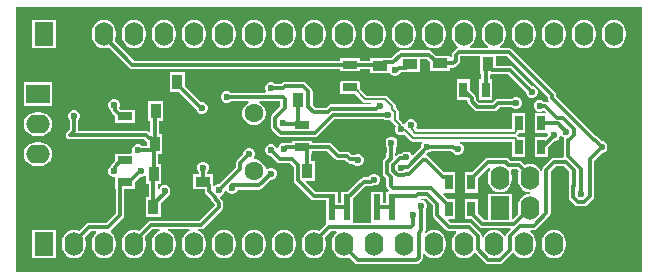
<source format=gbl>
G04*
G04 #@! TF.GenerationSoftware,Altium Limited,Altium Designer,22.7.1 (60)*
G04*
G04 Layer_Physical_Order=2*
G04 Layer_Color=16711680*
%FSLAX25Y25*%
%MOIN*%
G70*
G04*
G04 #@! TF.SameCoordinates,143699A1-5C46-47B9-B1A9-45083201A81C*
G04*
G04*
G04 #@! TF.FilePolarity,Positive*
G04*
G01*
G75*
%ADD10C,0.01181*%
%ADD39C,0.00800*%
%ADD40O,0.06299X0.07874*%
%ADD41C,0.06299*%
%ADD42O,0.07874X0.06299*%
G04:AMPARAMS|DCode=43|XSize=78.74mil|YSize=47.24mil|CornerRadius=14.17mil|HoleSize=0mil|Usage=FLASHONLY|Rotation=180.000|XOffset=0mil|YOffset=0mil|HoleType=Round|Shape=RoundedRectangle|*
%AMROUNDEDRECTD43*
21,1,0.07874,0.01890,0,0,180.0*
21,1,0.05039,0.04724,0,0,180.0*
1,1,0.02835,-0.02520,0.00945*
1,1,0.02835,0.02520,0.00945*
1,1,0.02835,0.02520,-0.00945*
1,1,0.02835,-0.02520,-0.00945*
%
%ADD43ROUNDEDRECTD43*%
%ADD44R,0.06299X0.07874*%
%ADD45R,0.07874X0.06299*%
%ADD46C,0.02800*%
%ADD47C,0.02362*%
%ADD48C,0.02000*%
%ADD49R,0.02756X0.05118*%
%ADD50R,0.05118X0.03543*%
%ADD51R,0.03543X0.05118*%
%ADD52R,0.05118X0.02756*%
%ADD53R,0.13780X0.08661*%
%ADD54R,0.02362X0.08661*%
G36*
X209178Y558D02*
X558D01*
Y89100D01*
X209178D01*
Y558D01*
D02*
G37*
%LPC*%
G36*
X160000Y84758D02*
X158972Y84623D01*
X158015Y84226D01*
X157192Y83595D01*
X156561Y82773D01*
X156164Y81815D01*
X156029Y80787D01*
Y79213D01*
X156164Y78185D01*
X156561Y77227D01*
X157192Y76405D01*
X157925Y75842D01*
X157864Y75481D01*
X157793Y75342D01*
X152207D01*
X152136Y75481D01*
X152075Y75842D01*
X152808Y76405D01*
X153439Y77227D01*
X153836Y78185D01*
X153971Y79213D01*
Y80787D01*
X153836Y81815D01*
X153439Y82773D01*
X152808Y83595D01*
X151986Y84226D01*
X151028Y84623D01*
X150000Y84758D01*
X148972Y84623D01*
X148014Y84226D01*
X147192Y83595D01*
X146561Y82773D01*
X146164Y81815D01*
X146029Y80787D01*
Y79213D01*
X146164Y78185D01*
X146561Y77227D01*
X147192Y76405D01*
X147967Y75810D01*
X147974Y75615D01*
X147889Y75285D01*
X147640Y75235D01*
X147184Y74931D01*
X146260Y74007D01*
X145956Y73551D01*
X145849Y73014D01*
Y72261D01*
X145846Y72259D01*
X145346Y72507D01*
Y72799D01*
X140640D01*
X139297Y74143D01*
X138841Y74448D01*
X138303Y74555D01*
X128870D01*
X128332Y74448D01*
X127877Y74143D01*
X125800Y72066D01*
X123181D01*
X123045Y72039D01*
X118654D01*
Y71145D01*
X115347D01*
Y71905D01*
X108653D01*
Y71145D01*
X40054D01*
X33595Y77604D01*
X33836Y78185D01*
X33971Y79213D01*
Y80787D01*
X33836Y81815D01*
X33439Y82773D01*
X32808Y83595D01*
X31986Y84226D01*
X31028Y84623D01*
X30000Y84758D01*
X28972Y84623D01*
X28014Y84226D01*
X27192Y83595D01*
X26561Y82773D01*
X26164Y81815D01*
X26029Y80787D01*
Y79213D01*
X26164Y78185D01*
X26561Y77227D01*
X27192Y76405D01*
X28014Y75774D01*
X28972Y75377D01*
X30000Y75242D01*
X31028Y75377D01*
X31608Y75617D01*
X38479Y68747D01*
X38935Y68442D01*
X39472Y68335D01*
X108653D01*
Y67575D01*
X115347D01*
Y68335D01*
X118654D01*
Y66921D01*
X125249D01*
X125300Y66798D01*
X125853Y66245D01*
X126577Y65945D01*
X127360D01*
X128084Y66245D01*
X128637Y66798D01*
X128892Y67414D01*
X130819D01*
X130955Y67441D01*
X135346D01*
Y71745D01*
X137721D01*
X138654Y70812D01*
Y67681D01*
X145346D01*
Y68835D01*
X146331D01*
X146868Y68942D01*
X147324Y69247D01*
X148247Y70170D01*
X148552Y70626D01*
X148659Y71163D01*
Y72432D01*
X148759Y72532D01*
X155441D01*
Y66654D01*
X155835D01*
Y64846D01*
X155075D01*
Y58153D01*
X159406D01*
Y64846D01*
X158645D01*
Y66365D01*
X159145Y66634D01*
X159181Y66627D01*
X164654D01*
X170609Y60672D01*
Y60299D01*
X170908Y59575D01*
X171462Y59022D01*
X172186Y58722D01*
X172969D01*
X173692Y59022D01*
X174246Y59575D01*
X174546Y60299D01*
Y61082D01*
X174246Y61806D01*
X173692Y62359D01*
X172969Y62659D01*
X172596D01*
X166230Y69025D01*
X165774Y69330D01*
X165236Y69436D01*
X160559D01*
Y72532D01*
X164261D01*
X177852Y58941D01*
Y58642D01*
X177959Y58104D01*
X178264Y57648D01*
X178328Y57584D01*
X178009Y57196D01*
X177703Y57400D01*
X177165Y57507D01*
X176576D01*
X176312Y57771D01*
X175588Y58071D01*
X174805D01*
X174082Y57771D01*
X173528Y57217D01*
X173228Y56494D01*
Y55711D01*
X173528Y54987D01*
X174082Y54434D01*
X174805Y54134D01*
X175588D01*
X176312Y54434D01*
X176932Y54349D01*
X177276Y54005D01*
X177084Y53543D01*
X173622D01*
Y46850D01*
X177691D01*
X178000Y46716D01*
X178115Y46244D01*
X177541Y45669D01*
X173622D01*
Y38976D01*
X177953D01*
Y42108D01*
X180137Y44291D01*
X180510D01*
X181233Y44591D01*
X181787Y45145D01*
X182087Y45868D01*
Y45919D01*
X182587Y46126D01*
X182940Y45772D01*
X183267Y45637D01*
X183393Y45223D01*
X183286Y44685D01*
Y39283D01*
X183298Y39220D01*
X182888Y38720D01*
X180125D01*
X179587Y38613D01*
X179131Y38308D01*
X176479Y35656D01*
X176174Y35200D01*
X176067Y34663D01*
Y34562D01*
X175567Y34463D01*
X175439Y34773D01*
X174808Y35595D01*
X173986Y36226D01*
X173028Y36623D01*
X172000Y36758D01*
X170972Y36623D01*
X170392Y36383D01*
X169363Y37411D01*
X168908Y37715D01*
X168370Y37822D01*
X165355D01*
X164869Y38308D01*
X164413Y38613D01*
X163875Y38720D01*
X157984D01*
X157447Y38613D01*
X156991Y38308D01*
X152541Y33858D01*
X150197D01*
Y27165D01*
X154528D01*
Y31871D01*
X158361Y35705D01*
X158619Y35670D01*
X158839Y35135D01*
X158561Y34773D01*
X158164Y33815D01*
X158029Y32787D01*
Y31213D01*
X158164Y30185D01*
X158561Y29227D01*
X159192Y28405D01*
X160014Y27774D01*
X160972Y27377D01*
X162000Y27242D01*
X163028Y27377D01*
X163986Y27774D01*
X164808Y28405D01*
X165439Y29227D01*
X165836Y30185D01*
X165971Y31213D01*
Y32787D01*
X165836Y33815D01*
X165547Y34512D01*
X165853Y35012D01*
X167788D01*
X168405Y34396D01*
X168164Y33815D01*
X168029Y32787D01*
Y31213D01*
X168164Y30185D01*
X168561Y29227D01*
X169192Y28405D01*
X170015Y27774D01*
X170972Y27377D01*
X171598Y27295D01*
X171920Y27252D01*
Y26748D01*
X171679Y26716D01*
X170972Y26623D01*
X170015Y26226D01*
X169192Y25595D01*
X168561Y24773D01*
X168164Y23815D01*
X168029Y22787D01*
Y21213D01*
X168164Y20185D01*
X168182Y20143D01*
X166437Y18398D01*
X165937Y18605D01*
Y26724D01*
X158063D01*
Y18090D01*
X156732D01*
X154528Y20294D01*
Y25000D01*
X150197D01*
Y18307D01*
X152541D01*
X155156Y15692D01*
X155612Y15387D01*
X156150Y15280D01*
X165450D01*
X165641Y14818D01*
X164349Y13526D01*
X164044Y13070D01*
X163984Y12765D01*
X163464Y12713D01*
X163439Y12773D01*
X162808Y13595D01*
X161986Y14226D01*
X161028Y14623D01*
X160000Y14758D01*
X158972Y14623D01*
X158015Y14226D01*
X157192Y13595D01*
X156561Y12773D01*
X156432Y12463D01*
X155932Y12562D01*
Y12663D01*
X155826Y13200D01*
X155521Y13656D01*
X152591Y16587D01*
X152135Y16891D01*
X151597Y16998D01*
X145638D01*
X144791Y17845D01*
X144983Y18307D01*
X147047D01*
Y25000D01*
X144703D01*
X143038Y26665D01*
X143245Y27165D01*
X147047D01*
Y33858D01*
X144230D01*
X144095Y33885D01*
X143495D01*
X138346Y39035D01*
X137890Y39339D01*
X137633Y39390D01*
X137469Y39933D01*
X138045Y40509D01*
X138129D01*
X138853Y40809D01*
X139023Y40979D01*
X145711D01*
X146106Y40716D01*
X146213Y40694D01*
X146222Y40672D01*
X146776Y40119D01*
X147500Y39819D01*
X148283D01*
X149006Y40119D01*
X149560Y40672D01*
X149859Y41396D01*
Y42179D01*
X149560Y42903D01*
X149006Y43456D01*
X148541Y43649D01*
X148640Y44149D01*
X166119D01*
Y43301D01*
X166119Y43301D01*
X166142Y43184D01*
Y38976D01*
X170472D01*
Y45669D01*
X168237D01*
X168185Y45747D01*
X168185Y45747D01*
X168014Y45918D01*
X167751Y46260D01*
X168014Y46602D01*
X168185Y46772D01*
X168185Y46772D01*
X168237Y46850D01*
X170472D01*
Y53543D01*
X166142D01*
Y49336D01*
X166119Y49219D01*
X166119Y49219D01*
Y48371D01*
X134485D01*
X134158Y48848D01*
X134350Y49313D01*
Y50096D01*
X134051Y50820D01*
X133497Y51374D01*
X132773Y51673D01*
X131990D01*
X131267Y51374D01*
X130713Y50820D01*
X130456Y50200D01*
X130260Y50053D01*
X129913Y49955D01*
X129715Y50037D01*
X129494Y50368D01*
X129494Y50368D01*
X128179Y51683D01*
Y54134D01*
X128179Y54134D01*
X128087Y54597D01*
X127825Y54990D01*
X127195Y55620D01*
Y56102D01*
X127195Y56102D01*
X127103Y56566D01*
X126840Y56958D01*
X124670Y59128D01*
X124277Y59391D01*
X123814Y59483D01*
X123814Y59483D01*
X117670D01*
X115347Y61807D01*
Y64425D01*
X108653D01*
Y60094D01*
X113634D01*
X116312Y57416D01*
X116705Y57154D01*
X117168Y57062D01*
X117168Y57062D01*
X119136D01*
X119436Y56562D01*
X119415Y56523D01*
X105638D01*
X105100Y56416D01*
X104644Y56112D01*
X104001Y55468D01*
X100480D01*
X99552Y56396D01*
Y60892D01*
X99445Y61430D01*
X99141Y61886D01*
X97390Y63636D01*
X96934Y63941D01*
X96396Y64048D01*
X90339D01*
X89802Y63941D01*
X89346Y63636D01*
X89122Y63413D01*
X87009D01*
X86745Y63677D01*
X86022Y63976D01*
X85238D01*
X84515Y63677D01*
X83961Y63123D01*
X83661Y62399D01*
Y61616D01*
X83933Y60960D01*
X83741Y60460D01*
X72245D01*
X71981Y60724D01*
X71258Y61024D01*
X70475D01*
X69751Y60724D01*
X69197Y60170D01*
X68898Y59447D01*
Y58664D01*
X69197Y57940D01*
X69751Y57386D01*
X70475Y57087D01*
X71258D01*
X71981Y57386D01*
X72245Y57650D01*
X78062D01*
X78196Y57150D01*
X77583Y56796D01*
X76850Y56063D01*
X76331Y55165D01*
X76063Y54164D01*
Y53127D01*
X76331Y52126D01*
X76850Y51228D01*
X77583Y50495D01*
X78480Y49977D01*
X79482Y49709D01*
X80518D01*
X81520Y49977D01*
X82417Y50495D01*
X83150Y51228D01*
X83669Y52126D01*
X83937Y53127D01*
Y54164D01*
X83669Y55165D01*
X83150Y56063D01*
X82417Y56796D01*
X81804Y57150D01*
X81938Y57650D01*
X88823D01*
Y55942D01*
X86014Y53134D01*
X85710Y52678D01*
X85603Y52140D01*
Y49137D01*
X85710Y48599D01*
X86014Y48143D01*
X88167Y45991D01*
X88623Y45686D01*
X89161Y45579D01*
X100288D01*
X100825Y45686D01*
X101281Y45991D01*
X106838Y51548D01*
X123418D01*
X123485Y51481D01*
X124208Y51181D01*
X124992D01*
X125258Y51291D01*
X125387Y51263D01*
X125799Y50974D01*
X125850Y50718D01*
X126112Y50325D01*
X127217Y49220D01*
X126969Y48620D01*
Y47837D01*
X127268Y47113D01*
X127822Y46560D01*
X128545Y46260D01*
X129329D01*
X130052Y46560D01*
X130052Y46560D01*
X132109Y44504D01*
X132109Y44504D01*
X132501Y44241D01*
X132965Y44149D01*
X135918D01*
X136125Y43649D01*
X136069Y43593D01*
X135769Y42869D01*
Y42207D01*
X133168Y39606D01*
X132578Y39723D01*
X132469Y39986D01*
X131916Y40540D01*
X131192Y40839D01*
X130409D01*
X129686Y40540D01*
X129196Y40050D01*
X128530D01*
X127992Y39943D01*
X127536Y39638D01*
X127386Y39488D01*
X126998Y39807D01*
X127136Y40014D01*
X127243Y40551D01*
Y42393D01*
X127507Y42656D01*
X127806Y43380D01*
Y44163D01*
X127507Y44886D01*
X126953Y45440D01*
X126229Y45740D01*
X125446D01*
X124723Y45440D01*
X124169Y44886D01*
X123869Y44163D01*
Y43380D01*
X124169Y42656D01*
X124433Y42393D01*
Y41089D01*
X124217Y40766D01*
X124110Y40228D01*
Y38996D01*
X123416Y38302D01*
X123111Y37846D01*
X123004Y37308D01*
Y33558D01*
X123111Y33020D01*
X123416Y32564D01*
X124110Y31870D01*
Y29235D01*
X124217Y28697D01*
X124521Y28242D01*
X124901Y27862D01*
X124694Y27362D01*
X124173D01*
Y23649D01*
X123110D01*
Y27362D01*
X119173D01*
Y17153D01*
X113110D01*
Y25375D01*
X117117Y29383D01*
X119051D01*
X119588Y29489D01*
X119661Y29538D01*
X119687Y29528D01*
X120470D01*
X121194Y29827D01*
X121748Y30381D01*
X122047Y31104D01*
Y31888D01*
X121748Y32611D01*
X121194Y33165D01*
X120470Y33465D01*
X119687D01*
X118964Y33165D01*
X118410Y32611D01*
X118236Y32192D01*
X116535D01*
X115998Y32085D01*
X115542Y31781D01*
X111123Y27362D01*
X109173D01*
Y23649D01*
X108110D01*
Y27362D01*
X105687D01*
X105551Y27389D01*
X100495D01*
X97244Y30640D01*
X97436Y31102D01*
X100287D01*
Y37795D01*
X99133D01*
Y40095D01*
X99347D01*
Y40855D01*
X104504D01*
X107054Y38304D01*
X107510Y38000D01*
X108047Y37893D01*
X110468D01*
X111161Y37199D01*
X111617Y36894D01*
X112155Y36787D01*
X112988D01*
X113478Y36298D01*
X114201Y35998D01*
X114984D01*
X115708Y36298D01*
X116261Y36851D01*
X116561Y37575D01*
Y38358D01*
X116261Y39081D01*
X115708Y39635D01*
X114984Y39935D01*
X114201D01*
X113478Y39635D01*
X113440Y39597D01*
X112737D01*
X112043Y40291D01*
X111587Y40596D01*
X111049Y40703D01*
X108630D01*
X106079Y43253D01*
X105623Y43558D01*
X105086Y43665D01*
X99347D01*
Y44425D01*
X92654D01*
Y43665D01*
X90736D01*
X90430Y43604D01*
X90256Y43676D01*
X89473D01*
X88749Y43376D01*
X88196Y42823D01*
X87941Y42209D01*
X87539Y42144D01*
X87421Y42159D01*
X87299Y42454D01*
X86745Y43007D01*
X86022Y43307D01*
X85238D01*
X84515Y43007D01*
X83961Y42454D01*
X83661Y41730D01*
Y40947D01*
X83961Y40224D01*
X84515Y39670D01*
X85238Y39370D01*
X85611D01*
X87526Y37455D01*
X87982Y37151D01*
X88520Y37044D01*
X91945D01*
X93174Y35816D01*
Y31319D01*
X93281Y30781D01*
X93585Y30325D01*
X98920Y24991D01*
X99376Y24686D01*
X99914Y24579D01*
X104173D01*
Y17126D01*
X103946Y16720D01*
X101608Y14383D01*
X101028Y14623D01*
X100000Y14758D01*
X98972Y14623D01*
X98014Y14226D01*
X97192Y13595D01*
X96561Y12773D01*
X96164Y11815D01*
X96029Y10787D01*
Y9213D01*
X96164Y8185D01*
X96561Y7227D01*
X97192Y6405D01*
X98014Y5774D01*
X98972Y5377D01*
X100000Y5242D01*
X101028Y5377D01*
X101986Y5774D01*
X102808Y6405D01*
X103439Y7227D01*
X103836Y8185D01*
X103971Y9213D01*
Y10787D01*
X103836Y11815D01*
X103595Y12396D01*
X105543Y14343D01*
X107345D01*
X107515Y13843D01*
X107192Y13595D01*
X106561Y12773D01*
X106164Y11815D01*
X106029Y10787D01*
Y9213D01*
X106164Y8185D01*
X106561Y7227D01*
X107192Y6405D01*
X108015Y5774D01*
X108972Y5377D01*
X110000Y5242D01*
X111028Y5377D01*
X111608Y5617D01*
X113534Y3692D01*
X113990Y3387D01*
X114528Y3280D01*
X134151D01*
X134688Y3387D01*
X135144Y3692D01*
X135836Y4383D01*
X136141Y4839D01*
X136248Y5377D01*
Y6814D01*
X136748Y6984D01*
X137192Y6405D01*
X138014Y5774D01*
X138972Y5377D01*
X140000Y5242D01*
X141028Y5377D01*
X141985Y5774D01*
X142808Y6405D01*
X143439Y7227D01*
X143836Y8185D01*
X143971Y9213D01*
Y10787D01*
X143836Y11815D01*
X143439Y12773D01*
X142808Y13595D01*
X141985Y14226D01*
X141028Y14623D01*
X140000Y14758D01*
X138972Y14623D01*
X138014Y14226D01*
X137423Y13772D01*
X137053Y14119D01*
X137125Y14226D01*
X137232Y14764D01*
Y21259D01*
X137496Y21523D01*
X137795Y22246D01*
Y23029D01*
X137496Y23753D01*
X136942Y24307D01*
X136218Y24606D01*
X135838D01*
X135537Y25106D01*
X135571Y25170D01*
X137213D01*
X139529Y22854D01*
Y19716D01*
X139636Y19178D01*
X139940Y18722D01*
X144063Y14600D01*
X144519Y14295D01*
X145056Y14188D01*
X147187D01*
X147348Y13715D01*
X147192Y13595D01*
X146561Y12773D01*
X146164Y11815D01*
X146029Y10787D01*
Y9213D01*
X146164Y8185D01*
X146561Y7227D01*
X147192Y6405D01*
X148014Y5774D01*
X148972Y5377D01*
X150000Y5242D01*
X151028Y5377D01*
X151986Y5774D01*
X152808Y6405D01*
X153200Y6916D01*
X153849Y6973D01*
X157131Y3692D01*
X157587Y3387D01*
X158125Y3280D01*
X161875D01*
X162413Y3387D01*
X162869Y3692D01*
X166151Y6973D01*
X166712Y6971D01*
X166787Y6933D01*
X167192Y6405D01*
X168015Y5774D01*
X168972Y5377D01*
X170000Y5242D01*
X171028Y5377D01*
X171985Y5774D01*
X172808Y6405D01*
X173439Y7227D01*
X173836Y8185D01*
X173971Y9213D01*
Y10787D01*
X173836Y11815D01*
X173439Y12773D01*
X172808Y13595D01*
X172157Y14095D01*
X172326Y14595D01*
X173190D01*
X173728Y14702D01*
X174184Y15007D01*
X178466Y19289D01*
X178770Y19745D01*
X178877Y20282D01*
Y34081D01*
X180707Y35910D01*
X183293D01*
X185123Y34081D01*
Y29770D01*
X185119Y29765D01*
X185012Y29227D01*
Y25515D01*
X185119Y24977D01*
X185424Y24521D01*
X186923Y23022D01*
X187379Y22718D01*
X187916Y22611D01*
X190036D01*
X190574Y22718D01*
X191030Y23022D01*
X192917Y24909D01*
X193221Y25365D01*
X193328Y25903D01*
Y37798D01*
X195885Y40354D01*
X196258D01*
X196981Y40654D01*
X197535Y41208D01*
X197835Y41931D01*
Y42714D01*
X197535Y43438D01*
X196981Y43992D01*
X196258Y44291D01*
X195885D01*
X194551Y45625D01*
X194095Y45930D01*
X193922Y45964D01*
X180662Y59224D01*
Y59522D01*
X180555Y60060D01*
X180251Y60516D01*
X165836Y74931D01*
X165380Y75235D01*
X164842Y75342D01*
X162207D01*
X162136Y75481D01*
X162074Y75842D01*
X162808Y76405D01*
X163439Y77227D01*
X163836Y78185D01*
X163971Y79213D01*
Y80787D01*
X163836Y81815D01*
X163439Y82773D01*
X162808Y83595D01*
X161986Y84226D01*
X161028Y84623D01*
X160000Y84758D01*
D02*
G37*
G36*
X13937Y84724D02*
X6063D01*
Y75276D01*
X13937D01*
Y84724D01*
D02*
G37*
G36*
X200000Y84758D02*
X198972Y84623D01*
X198014Y84226D01*
X197192Y83595D01*
X196561Y82773D01*
X196164Y81815D01*
X196029Y80787D01*
Y79213D01*
X196164Y78185D01*
X196561Y77227D01*
X197192Y76405D01*
X198014Y75774D01*
X198972Y75377D01*
X200000Y75242D01*
X201028Y75377D01*
X201986Y75774D01*
X202808Y76405D01*
X203439Y77227D01*
X203836Y78185D01*
X203971Y79213D01*
Y80787D01*
X203836Y81815D01*
X203439Y82773D01*
X202808Y83595D01*
X201986Y84226D01*
X201028Y84623D01*
X200000Y84758D01*
D02*
G37*
G36*
X190000D02*
X188972Y84623D01*
X188014Y84226D01*
X187192Y83595D01*
X186561Y82773D01*
X186164Y81815D01*
X186029Y80787D01*
Y79213D01*
X186164Y78185D01*
X186561Y77227D01*
X187192Y76405D01*
X188014Y75774D01*
X188972Y75377D01*
X190000Y75242D01*
X191028Y75377D01*
X191985Y75774D01*
X192808Y76405D01*
X193439Y77227D01*
X193836Y78185D01*
X193971Y79213D01*
Y80787D01*
X193836Y81815D01*
X193439Y82773D01*
X192808Y83595D01*
X191985Y84226D01*
X191028Y84623D01*
X190000Y84758D01*
D02*
G37*
G36*
X180000D02*
X178972Y84623D01*
X178015Y84226D01*
X177192Y83595D01*
X176561Y82773D01*
X176164Y81815D01*
X176029Y80787D01*
Y79213D01*
X176164Y78185D01*
X176561Y77227D01*
X177192Y76405D01*
X178015Y75774D01*
X178972Y75377D01*
X180000Y75242D01*
X181028Y75377D01*
X181985Y75774D01*
X182808Y76405D01*
X183439Y77227D01*
X183836Y78185D01*
X183971Y79213D01*
Y80787D01*
X183836Y81815D01*
X183439Y82773D01*
X182808Y83595D01*
X181985Y84226D01*
X181028Y84623D01*
X180000Y84758D01*
D02*
G37*
G36*
X170000D02*
X168972Y84623D01*
X168015Y84226D01*
X167192Y83595D01*
X166561Y82773D01*
X166164Y81815D01*
X166029Y80787D01*
Y79213D01*
X166164Y78185D01*
X166561Y77227D01*
X167192Y76405D01*
X168015Y75774D01*
X168972Y75377D01*
X170000Y75242D01*
X171028Y75377D01*
X171985Y75774D01*
X172808Y76405D01*
X173439Y77227D01*
X173836Y78185D01*
X173971Y79213D01*
Y80787D01*
X173836Y81815D01*
X173439Y82773D01*
X172808Y83595D01*
X171985Y84226D01*
X171028Y84623D01*
X170000Y84758D01*
D02*
G37*
G36*
X140000D02*
X138972Y84623D01*
X138014Y84226D01*
X137192Y83595D01*
X136561Y82773D01*
X136164Y81815D01*
X136029Y80787D01*
Y79213D01*
X136164Y78185D01*
X136561Y77227D01*
X137192Y76405D01*
X138014Y75774D01*
X138972Y75377D01*
X140000Y75242D01*
X141028Y75377D01*
X141985Y75774D01*
X142808Y76405D01*
X143439Y77227D01*
X143836Y78185D01*
X143971Y79213D01*
Y80787D01*
X143836Y81815D01*
X143439Y82773D01*
X142808Y83595D01*
X141985Y84226D01*
X141028Y84623D01*
X140000Y84758D01*
D02*
G37*
G36*
X130000D02*
X128972Y84623D01*
X128015Y84226D01*
X127192Y83595D01*
X126561Y82773D01*
X126164Y81815D01*
X126029Y80787D01*
Y79213D01*
X126164Y78185D01*
X126561Y77227D01*
X127192Y76405D01*
X128015Y75774D01*
X128972Y75377D01*
X130000Y75242D01*
X131028Y75377D01*
X131985Y75774D01*
X132808Y76405D01*
X133439Y77227D01*
X133836Y78185D01*
X133971Y79213D01*
Y80787D01*
X133836Y81815D01*
X133439Y82773D01*
X132808Y83595D01*
X131985Y84226D01*
X131028Y84623D01*
X130000Y84758D01*
D02*
G37*
G36*
X120000D02*
X118972Y84623D01*
X118015Y84226D01*
X117192Y83595D01*
X116561Y82773D01*
X116164Y81815D01*
X116029Y80787D01*
Y79213D01*
X116164Y78185D01*
X116561Y77227D01*
X117192Y76405D01*
X118015Y75774D01*
X118972Y75377D01*
X120000Y75242D01*
X121028Y75377D01*
X121985Y75774D01*
X122808Y76405D01*
X123439Y77227D01*
X123836Y78185D01*
X123971Y79213D01*
Y80787D01*
X123836Y81815D01*
X123439Y82773D01*
X122808Y83595D01*
X121985Y84226D01*
X121028Y84623D01*
X120000Y84758D01*
D02*
G37*
G36*
X110000D02*
X108972Y84623D01*
X108015Y84226D01*
X107192Y83595D01*
X106561Y82773D01*
X106164Y81815D01*
X106029Y80787D01*
Y79213D01*
X106164Y78185D01*
X106561Y77227D01*
X107192Y76405D01*
X108015Y75774D01*
X108972Y75377D01*
X110000Y75242D01*
X111028Y75377D01*
X111986Y75774D01*
X112808Y76405D01*
X113439Y77227D01*
X113836Y78185D01*
X113971Y79213D01*
Y80787D01*
X113836Y81815D01*
X113439Y82773D01*
X112808Y83595D01*
X111986Y84226D01*
X111028Y84623D01*
X110000Y84758D01*
D02*
G37*
G36*
X100000D02*
X98972Y84623D01*
X98014Y84226D01*
X97192Y83595D01*
X96561Y82773D01*
X96164Y81815D01*
X96029Y80787D01*
Y79213D01*
X96164Y78185D01*
X96561Y77227D01*
X97192Y76405D01*
X98014Y75774D01*
X98972Y75377D01*
X100000Y75242D01*
X101028Y75377D01*
X101986Y75774D01*
X102808Y76405D01*
X103439Y77227D01*
X103836Y78185D01*
X103971Y79213D01*
Y80787D01*
X103836Y81815D01*
X103439Y82773D01*
X102808Y83595D01*
X101986Y84226D01*
X101028Y84623D01*
X100000Y84758D01*
D02*
G37*
G36*
X90000D02*
X88972Y84623D01*
X88015Y84226D01*
X87192Y83595D01*
X86561Y82773D01*
X86164Y81815D01*
X86029Y80787D01*
Y79213D01*
X86164Y78185D01*
X86561Y77227D01*
X87192Y76405D01*
X88015Y75774D01*
X88972Y75377D01*
X90000Y75242D01*
X91028Y75377D01*
X91985Y75774D01*
X92808Y76405D01*
X93439Y77227D01*
X93836Y78185D01*
X93971Y79213D01*
Y80787D01*
X93836Y81815D01*
X93439Y82773D01*
X92808Y83595D01*
X91985Y84226D01*
X91028Y84623D01*
X90000Y84758D01*
D02*
G37*
G36*
X80000D02*
X78972Y84623D01*
X78014Y84226D01*
X77192Y83595D01*
X76561Y82773D01*
X76164Y81815D01*
X76029Y80787D01*
Y79213D01*
X76164Y78185D01*
X76561Y77227D01*
X77192Y76405D01*
X78014Y75774D01*
X78972Y75377D01*
X80000Y75242D01*
X81028Y75377D01*
X81985Y75774D01*
X82808Y76405D01*
X83439Y77227D01*
X83836Y78185D01*
X83971Y79213D01*
Y80787D01*
X83836Y81815D01*
X83439Y82773D01*
X82808Y83595D01*
X81985Y84226D01*
X81028Y84623D01*
X80000Y84758D01*
D02*
G37*
G36*
X70000D02*
X68972Y84623D01*
X68015Y84226D01*
X67192Y83595D01*
X66561Y82773D01*
X66164Y81815D01*
X66029Y80787D01*
Y79213D01*
X66164Y78185D01*
X66561Y77227D01*
X67192Y76405D01*
X68015Y75774D01*
X68972Y75377D01*
X70000Y75242D01*
X71028Y75377D01*
X71986Y75774D01*
X72808Y76405D01*
X73439Y77227D01*
X73836Y78185D01*
X73971Y79213D01*
Y80787D01*
X73836Y81815D01*
X73439Y82773D01*
X72808Y83595D01*
X71986Y84226D01*
X71028Y84623D01*
X70000Y84758D01*
D02*
G37*
G36*
X60000D02*
X58972Y84623D01*
X58015Y84226D01*
X57192Y83595D01*
X56561Y82773D01*
X56164Y81815D01*
X56029Y80787D01*
Y79213D01*
X56164Y78185D01*
X56561Y77227D01*
X57192Y76405D01*
X58015Y75774D01*
X58972Y75377D01*
X60000Y75242D01*
X61028Y75377D01*
X61985Y75774D01*
X62808Y76405D01*
X63439Y77227D01*
X63836Y78185D01*
X63971Y79213D01*
Y80787D01*
X63836Y81815D01*
X63439Y82773D01*
X62808Y83595D01*
X61985Y84226D01*
X61028Y84623D01*
X60000Y84758D01*
D02*
G37*
G36*
X50000D02*
X48972Y84623D01*
X48015Y84226D01*
X47192Y83595D01*
X46561Y82773D01*
X46164Y81815D01*
X46029Y80787D01*
Y79213D01*
X46164Y78185D01*
X46561Y77227D01*
X47192Y76405D01*
X48015Y75774D01*
X48972Y75377D01*
X50000Y75242D01*
X51028Y75377D01*
X51986Y75774D01*
X52808Y76405D01*
X53439Y77227D01*
X53836Y78185D01*
X53971Y79213D01*
Y80787D01*
X53836Y81815D01*
X53439Y82773D01*
X52808Y83595D01*
X51986Y84226D01*
X51028Y84623D01*
X50000Y84758D01*
D02*
G37*
G36*
X40000D02*
X38972Y84623D01*
X38015Y84226D01*
X37192Y83595D01*
X36561Y82773D01*
X36164Y81815D01*
X36029Y80787D01*
Y79213D01*
X36164Y78185D01*
X36561Y77227D01*
X37192Y76405D01*
X38015Y75774D01*
X38972Y75377D01*
X40000Y75242D01*
X41028Y75377D01*
X41985Y75774D01*
X42808Y76405D01*
X43439Y77227D01*
X43836Y78185D01*
X43971Y79213D01*
Y80787D01*
X43836Y81815D01*
X43439Y82773D01*
X42808Y83595D01*
X41985Y84226D01*
X41028Y84623D01*
X40000Y84758D01*
D02*
G37*
G36*
X12724Y63937D02*
X3276D01*
Y56063D01*
X12724D01*
Y63937D01*
D02*
G37*
G36*
X151925Y64846D02*
X147594D01*
Y58153D01*
X151111D01*
Y57555D01*
X151218Y57017D01*
X151522Y56561D01*
X153483Y54601D01*
X153938Y54296D01*
X154476Y54189D01*
X160004D01*
X160542Y54296D01*
X160998Y54601D01*
X162078Y55682D01*
X165944D01*
X166208Y55418D01*
X166931Y55118D01*
X167714D01*
X168438Y55418D01*
X168992Y55971D01*
X169291Y56695D01*
Y57478D01*
X168992Y58202D01*
X168438Y58755D01*
X167714Y59055D01*
X166931D01*
X166208Y58755D01*
X165944Y58492D01*
X161496D01*
X160959Y58385D01*
X160503Y58080D01*
X159422Y56999D01*
X155058D01*
X153921Y58137D01*
Y58744D01*
X153814Y59282D01*
X153509Y59737D01*
X151925Y61322D01*
Y64846D01*
D02*
G37*
G36*
X56980Y67323D02*
X51862D01*
Y60630D01*
X54993D01*
X60630Y54993D01*
Y54923D01*
X60930Y54200D01*
X61483Y53646D01*
X62207Y53347D01*
X62990D01*
X63714Y53646D01*
X64267Y54200D01*
X64567Y54923D01*
Y55707D01*
X64267Y56430D01*
X63714Y56984D01*
X62990Y57284D01*
X62314D01*
X56980Y62617D01*
Y67323D01*
D02*
G37*
G36*
X33799Y58268D02*
X33016D01*
X32293Y57968D01*
X31739Y57414D01*
X31439Y56691D01*
Y55908D01*
X31739Y55184D01*
X32243Y54680D01*
X32336Y54214D01*
X32640Y53759D01*
X33661Y52737D01*
Y50394D01*
X40354D01*
Y54724D01*
X35648D01*
X35109Y55263D01*
X35376Y55908D01*
Y56691D01*
X35077Y57414D01*
X34523Y57968D01*
X33799Y58268D01*
D02*
G37*
G36*
X49803Y57677D02*
X44685D01*
Y50984D01*
X45445D01*
Y47352D01*
X44984Y47161D01*
X44891Y47253D01*
X44435Y47558D01*
X43898Y47665D01*
X21426D01*
Y51272D01*
X21690Y51536D01*
X21990Y52260D01*
Y53043D01*
X21690Y53766D01*
X21136Y54320D01*
X20413Y54620D01*
X19630D01*
X18906Y54320D01*
X18352Y53766D01*
X18053Y53043D01*
Y52260D01*
X18352Y51536D01*
X18616Y51272D01*
Y48162D01*
X17707Y47253D01*
X17403Y46797D01*
X17296Y46260D01*
X17403Y45722D01*
X17707Y45266D01*
X18163Y44962D01*
X18701Y44855D01*
X43316D01*
X43888Y44282D01*
X44291Y44013D01*
Y42744D01*
X42717D01*
X42454Y43007D01*
X41730Y43307D01*
X40947D01*
X40224Y43007D01*
X39670Y42454D01*
X39370Y41730D01*
Y40947D01*
X39490Y40657D01*
X39156Y40157D01*
X33661D01*
Y37814D01*
X32640Y36793D01*
X32336Y36337D01*
X32243Y35871D01*
X31739Y35367D01*
X31439Y34644D01*
Y33860D01*
X31739Y33137D01*
X32293Y32583D01*
X33016Y32283D01*
X33661D01*
Y28346D01*
X34028D01*
Y20267D01*
X30892Y17131D01*
X24938D01*
X24401Y17024D01*
X23945Y16719D01*
X21608Y14383D01*
X21028Y14623D01*
X20000Y14758D01*
X18972Y14623D01*
X18014Y14226D01*
X17192Y13595D01*
X16561Y12773D01*
X16164Y11815D01*
X16029Y10787D01*
Y9213D01*
X16164Y8185D01*
X16561Y7227D01*
X17192Y6405D01*
X18014Y5774D01*
X18972Y5377D01*
X20000Y5242D01*
X21028Y5377D01*
X21985Y5774D01*
X22808Y6405D01*
X23439Y7227D01*
X23836Y8185D01*
X23971Y9213D01*
Y10787D01*
X23836Y11815D01*
X23595Y12396D01*
X25520Y14321D01*
X27316D01*
X27486Y13821D01*
X27192Y13595D01*
X26561Y12773D01*
X26164Y11815D01*
X26029Y10787D01*
Y9213D01*
X26164Y8185D01*
X26561Y7227D01*
X27192Y6405D01*
X28014Y5774D01*
X28972Y5377D01*
X30000Y5242D01*
X31028Y5377D01*
X31986Y5774D01*
X32808Y6405D01*
X33439Y7227D01*
X33836Y8185D01*
X33971Y9213D01*
Y10787D01*
X33836Y11815D01*
X33439Y12773D01*
X32808Y13595D01*
X32270Y14008D01*
X32296Y14618D01*
X32467Y14732D01*
X36426Y18692D01*
X36731Y19147D01*
X36838Y19685D01*
Y28346D01*
X40354D01*
Y30690D01*
X42144Y32480D01*
X42714D01*
X43438Y32780D01*
X43526Y32868D01*
X43988Y32677D01*
Y30118D01*
X45052D01*
Y25787D01*
X43898D01*
Y19094D01*
X49016D01*
Y23800D01*
X50959Y25744D01*
X51312Y25890D01*
X51866Y26444D01*
X52165Y27167D01*
Y27951D01*
X51866Y28674D01*
X51312Y29228D01*
X50588Y29528D01*
X49805D01*
X49082Y29228D01*
X48528Y28674D01*
X48362Y28272D01*
X47862Y28372D01*
Y30118D01*
X49106D01*
Y36811D01*
X47952D01*
Y39961D01*
X49409D01*
Y46654D01*
X48255D01*
Y50984D01*
X49803D01*
Y57677D01*
D02*
G37*
G36*
X8787Y53971D02*
X7213D01*
X6185Y53836D01*
X5227Y53439D01*
X4405Y52808D01*
X3774Y51986D01*
X3377Y51028D01*
X3242Y50000D01*
X3377Y48972D01*
X3774Y48015D01*
X4405Y47192D01*
X5227Y46561D01*
X6185Y46164D01*
X7213Y46029D01*
X8787D01*
X9815Y46164D01*
X10773Y46561D01*
X11595Y47192D01*
X12226Y48015D01*
X12623Y48972D01*
X12758Y50000D01*
X12623Y51028D01*
X12226Y51986D01*
X11595Y52808D01*
X10773Y53439D01*
X9815Y53836D01*
X8787Y53971D01*
D02*
G37*
G36*
Y43971D02*
X7213D01*
X6185Y43836D01*
X5227Y43439D01*
X4405Y42808D01*
X3774Y41985D01*
X3377Y41028D01*
X3242Y40000D01*
X3377Y38972D01*
X3774Y38015D01*
X4405Y37192D01*
X5227Y36561D01*
X6185Y36164D01*
X7213Y36029D01*
X8787D01*
X9815Y36164D01*
X10773Y36561D01*
X11595Y37192D01*
X12226Y38015D01*
X12623Y38972D01*
X12758Y40000D01*
X12623Y41028D01*
X12226Y41985D01*
X11595Y42808D01*
X10773Y43439D01*
X9815Y43836D01*
X8787Y43971D01*
D02*
G37*
G36*
X78799Y41990D02*
X78016D01*
X77292Y41690D01*
X76738Y41136D01*
X76438Y40413D01*
Y40040D01*
X74479Y38080D01*
X74174Y37624D01*
X74067Y37087D01*
Y35700D01*
X68264Y29896D01*
X67890D01*
X67167Y29596D01*
X66866Y29295D01*
X66366Y29502D01*
Y29618D01*
X66339Y29754D01*
Y33358D01*
X64397D01*
Y34173D01*
X64595Y34371D01*
X64894Y35094D01*
Y35878D01*
X64595Y36601D01*
X64041Y37155D01*
X63318Y37455D01*
X62534D01*
X61811Y37155D01*
X61257Y36601D01*
X60957Y35878D01*
Y35094D01*
X61257Y34371D01*
X61587Y34041D01*
Y33358D01*
X59646D01*
Y28240D01*
X63556D01*
Y27630D01*
X63663Y27092D01*
X63967Y26636D01*
X65576Y25028D01*
X65631Y24750D01*
X65936Y24294D01*
X67009Y23221D01*
Y23043D01*
X61742Y17777D01*
X45584D01*
X45047Y17670D01*
X44591Y17365D01*
X41608Y14383D01*
X41028Y14623D01*
X40000Y14758D01*
X38972Y14623D01*
X38015Y14226D01*
X37192Y13595D01*
X36561Y12773D01*
X36164Y11815D01*
X36029Y10787D01*
Y9213D01*
X36164Y8185D01*
X36561Y7227D01*
X37192Y6405D01*
X38015Y5774D01*
X38972Y5377D01*
X40000Y5242D01*
X41028Y5377D01*
X41985Y5774D01*
X42808Y6405D01*
X43439Y7227D01*
X43836Y8185D01*
X43971Y9213D01*
Y10787D01*
X43836Y11815D01*
X43595Y12396D01*
X46166Y14967D01*
X48495D01*
X48595Y14467D01*
X48015Y14226D01*
X47192Y13595D01*
X46561Y12773D01*
X46164Y11815D01*
X46029Y10787D01*
Y9213D01*
X46164Y8185D01*
X46561Y7227D01*
X47192Y6405D01*
X48015Y5774D01*
X48972Y5377D01*
X50000Y5242D01*
X51028Y5377D01*
X51986Y5774D01*
X52808Y6405D01*
X53439Y7227D01*
X53836Y8185D01*
X53971Y9213D01*
Y10787D01*
X53836Y11815D01*
X53439Y12773D01*
X52808Y13595D01*
X51986Y14226D01*
X51405Y14467D01*
X51505Y14967D01*
X58495D01*
X58595Y14467D01*
X58015Y14226D01*
X57192Y13595D01*
X56561Y12773D01*
X56164Y11815D01*
X56029Y10787D01*
Y9213D01*
X56164Y8185D01*
X56561Y7227D01*
X57192Y6405D01*
X58015Y5774D01*
X58972Y5377D01*
X60000Y5242D01*
X61028Y5377D01*
X61985Y5774D01*
X62808Y6405D01*
X63439Y7227D01*
X63836Y8185D01*
X63971Y9213D01*
Y10787D01*
X63836Y11815D01*
X63439Y12773D01*
X62808Y13595D01*
X61985Y14226D01*
X61405Y14467D01*
X61505Y14967D01*
X62324D01*
X62862Y15074D01*
X63318Y15378D01*
X69407Y21468D01*
X69712Y21924D01*
X69819Y22461D01*
Y23803D01*
X69712Y24340D01*
X69407Y24796D01*
X68724Y25480D01*
X68718Y25535D01*
X68870Y26041D01*
X69397Y26259D01*
X69951Y26812D01*
X70250Y27536D01*
X70436Y27663D01*
X71007Y27587D01*
X71561Y27033D01*
X72284Y26734D01*
X73067D01*
X73791Y27033D01*
X74344Y27587D01*
X74566Y28123D01*
X81693D01*
X82231Y28230D01*
X82686Y28534D01*
X85648Y31496D01*
X86022D01*
X86745Y31796D01*
X87299Y32350D01*
X87598Y33073D01*
Y33856D01*
X87299Y34580D01*
X86745Y35133D01*
X86022Y35433D01*
X85238D01*
X84515Y35133D01*
X84412Y35031D01*
X83855Y35180D01*
X83669Y35874D01*
X83150Y36772D01*
X82417Y37505D01*
X81520Y38023D01*
X80518Y38291D01*
X80168D01*
X79961Y38791D01*
X80076Y38906D01*
X80375Y39630D01*
Y40413D01*
X80076Y41136D01*
X79522Y41690D01*
X78799Y41990D01*
D02*
G37*
G36*
X13937Y14724D02*
X6063D01*
Y5276D01*
X13937D01*
Y14724D01*
D02*
G37*
G36*
X180000Y14758D02*
X178972Y14623D01*
X178015Y14226D01*
X177192Y13595D01*
X176561Y12773D01*
X176164Y11815D01*
X176029Y10787D01*
Y9213D01*
X176164Y8185D01*
X176561Y7227D01*
X177192Y6405D01*
X178015Y5774D01*
X178972Y5377D01*
X180000Y5242D01*
X181028Y5377D01*
X181985Y5774D01*
X182808Y6405D01*
X183439Y7227D01*
X183836Y8185D01*
X183971Y9213D01*
Y10787D01*
X183836Y11815D01*
X183439Y12773D01*
X182808Y13595D01*
X181985Y14226D01*
X181028Y14623D01*
X180000Y14758D01*
D02*
G37*
G36*
X90000D02*
X88972Y14623D01*
X88015Y14226D01*
X87192Y13595D01*
X86561Y12773D01*
X86164Y11815D01*
X86029Y10787D01*
Y9213D01*
X86164Y8185D01*
X86561Y7227D01*
X87192Y6405D01*
X88015Y5774D01*
X88972Y5377D01*
X90000Y5242D01*
X91028Y5377D01*
X91985Y5774D01*
X92808Y6405D01*
X93439Y7227D01*
X93836Y8185D01*
X93971Y9213D01*
Y10787D01*
X93836Y11815D01*
X93439Y12773D01*
X92808Y13595D01*
X91985Y14226D01*
X91028Y14623D01*
X90000Y14758D01*
D02*
G37*
G36*
X80000D02*
X78972Y14623D01*
X78014Y14226D01*
X77192Y13595D01*
X76561Y12773D01*
X76164Y11815D01*
X76029Y10787D01*
Y9213D01*
X76164Y8185D01*
X76561Y7227D01*
X77192Y6405D01*
X78014Y5774D01*
X78972Y5377D01*
X80000Y5242D01*
X81028Y5377D01*
X81985Y5774D01*
X82808Y6405D01*
X83439Y7227D01*
X83836Y8185D01*
X83971Y9213D01*
Y10787D01*
X83836Y11815D01*
X83439Y12773D01*
X82808Y13595D01*
X81985Y14226D01*
X81028Y14623D01*
X80000Y14758D01*
D02*
G37*
G36*
X70000D02*
X68972Y14623D01*
X68015Y14226D01*
X67192Y13595D01*
X66561Y12773D01*
X66164Y11815D01*
X66029Y10787D01*
Y9213D01*
X66164Y8185D01*
X66561Y7227D01*
X67192Y6405D01*
X68015Y5774D01*
X68972Y5377D01*
X70000Y5242D01*
X71028Y5377D01*
X71986Y5774D01*
X72808Y6405D01*
X73439Y7227D01*
X73836Y8185D01*
X73971Y9213D01*
Y10787D01*
X73836Y11815D01*
X73439Y12773D01*
X72808Y13595D01*
X71986Y14226D01*
X71028Y14623D01*
X70000Y14758D01*
D02*
G37*
%LPD*%
D10*
X111049Y39298D02*
X112155Y38192D01*
X114367D01*
X119051Y30787D02*
X119759Y31496D01*
X114367Y38192D02*
X114593Y37966D01*
X108047Y39298D02*
X111049D01*
X119759Y31496D02*
X120079D01*
X116535Y30787D02*
X119051D01*
X111142Y25394D02*
X116535Y30787D01*
X176181Y42323D02*
X180118Y46260D01*
X175787Y42323D02*
X176181D01*
X181299Y50197D02*
X184055Y47441D01*
X175787Y50197D02*
X181299D01*
X40000Y10000D02*
Y10787D01*
X62926Y35486D02*
X62992Y35420D01*
Y30799D02*
Y35420D01*
X40000Y10787D02*
X45584Y16372D01*
X62324D01*
X68414Y22461D01*
X64961Y27630D02*
Y29618D01*
X63779Y30799D02*
X64961Y29618D01*
X66929Y25287D02*
Y25661D01*
X62992Y30799D02*
X63779D01*
X66929Y25287D02*
X68414Y23803D01*
X64961Y27630D02*
X66929Y25661D01*
X68414Y22461D02*
Y23803D01*
X54421Y63189D02*
X62295Y55315D01*
X54421Y63189D02*
Y63976D01*
X62295Y55315D02*
X62598D01*
X96941Y42260D02*
X105086D01*
X96941D02*
X97728Y41472D01*
X105086Y42260D02*
X108047Y39298D01*
X97728Y34449D02*
Y41472D01*
X90184Y41707D02*
X90736Y42260D01*
X96941D01*
X89864Y41707D02*
X90184D01*
X95769Y49971D02*
X96000Y49740D01*
X95316Y49971D02*
X95769D01*
X95547Y49740D02*
X96000D01*
X94760Y50528D02*
X95316Y49971D01*
X94760Y50528D02*
Y58000D01*
X95316Y49971D02*
X95547Y49740D01*
X89793Y49971D02*
X95316D01*
X89567Y50197D02*
X89793Y49971D01*
X85630Y62008D02*
X89704D01*
X105638Y55118D02*
X120743D01*
X89704Y62008D02*
X90339Y62643D01*
X104583Y54063D02*
X105638Y55118D01*
X98147Y55814D02*
X99898Y54063D01*
X98147Y55814D02*
Y60892D01*
X99898Y54063D02*
X104583D01*
X96396Y62643D02*
X98147Y60892D01*
X90339Y62643D02*
X96396D01*
X121529Y55904D02*
X121849D01*
X120743Y55118D02*
X121529Y55904D01*
X106256Y52953D02*
X124403D01*
X90227Y55360D02*
Y58363D01*
X87008Y49137D02*
Y52140D01*
X89161Y46984D02*
X100288D01*
X89535Y59055D02*
X90227Y58363D01*
X87008Y52140D02*
X90227Y55360D01*
X87008Y49137D02*
X89161Y46984D01*
X100288D02*
X106256Y52953D01*
X124403D02*
X124600Y53150D01*
X70866Y59055D02*
X89535D01*
X35433Y29724D02*
X36220Y30512D01*
X37008D01*
X35433Y19685D02*
Y29724D01*
X31474Y15726D02*
X35433Y19685D01*
X20000Y10000D02*
Y10787D01*
X24938Y15726D02*
X31474D01*
X20000Y10787D02*
X24938Y15726D01*
X42126Y34449D02*
X42323D01*
X38189Y30512D02*
X42126Y34449D01*
X37008Y30512D02*
X38189D01*
X81693Y29528D02*
X85630Y33465D01*
X72676Y29528D02*
X81693D01*
X72676Y28702D02*
Y29528D01*
X110000Y9213D02*
Y10000D01*
Y9213D02*
X114528Y4685D01*
X134843Y13780D02*
X135827Y14764D01*
X114528Y4685D02*
X134151D01*
X134843Y5377D01*
Y13780D01*
X135827Y14764D02*
Y22638D01*
X100000Y10000D02*
Y10787D01*
X132182Y15748D02*
X132874Y16440D01*
X104961Y15748D02*
X132182D01*
X100000Y10787D02*
X104961Y15748D01*
X132874Y16440D02*
Y19685D01*
X165236Y68032D02*
X172577Y60690D01*
X159181Y68032D02*
X165236D01*
X158000Y69213D02*
Y70000D01*
X157240Y61500D02*
Y69240D01*
X158000Y70000D01*
Y69213D02*
X159181Y68032D01*
X126378Y34373D02*
Y36493D01*
X131797Y33465D02*
X136374Y38041D01*
X126378Y34373D02*
X127877Y32874D01*
X128530Y38645D02*
X130575D01*
X126378Y36493D02*
X128530Y38645D01*
X127877Y32874D02*
X129997D01*
X130575Y38645D02*
X130801Y38871D01*
X129997Y32874D02*
X130588Y33465D01*
X131797D01*
X136374Y38041D02*
X137353D01*
X142913Y32480D01*
X144095D02*
X144882Y31693D01*
Y30512D02*
Y31693D01*
X142913Y32480D02*
X144095D01*
X125838Y40551D02*
Y43771D01*
X124409Y37308D02*
X125515Y38414D01*
Y40228D01*
X125838Y40551D01*
X144882Y21654D02*
Y22835D01*
X126207Y28543D02*
X139173D01*
X125515Y29235D02*
X126207Y28543D01*
X139173D02*
X144882Y22835D01*
X124409Y33558D02*
X125515Y32452D01*
Y29235D02*
Y32452D01*
X124409Y33558D02*
Y37308D01*
X33634Y35799D02*
X35827Y37992D01*
X37008D01*
X33408Y34252D02*
X33634Y34478D01*
Y35799D01*
X33408Y56299D02*
X33634Y56073D01*
Y54752D02*
Y56073D01*
Y54752D02*
X35827Y52559D01*
X37008D01*
X116400Y63270D02*
Y63746D01*
Y63270D02*
X117669Y62000D01*
X108870Y65016D02*
X115130D01*
X107327Y63472D02*
X108870Y65016D01*
X115130D02*
X116400Y63746D01*
X107327Y59543D02*
Y63472D01*
X117669Y62000D02*
X122000D01*
X105783Y58000D02*
X107327Y59543D01*
X102240Y58000D02*
X105783D01*
X164773Y36417D02*
X168370D01*
X172000Y32787D01*
X163875Y37315D02*
X164773Y36417D01*
X172000Y32000D02*
Y32787D01*
X157984Y37315D02*
X163875D01*
X152362Y31693D02*
X157984Y37315D01*
X152362Y30512D02*
Y31693D01*
Y20472D02*
Y21654D01*
X156150Y16685D02*
X166711D01*
X172000Y21974D01*
X152362Y20472D02*
X156150Y16685D01*
X172000Y21974D02*
Y22000D01*
X30000Y79213D02*
Y80000D01*
X39472Y69740D02*
X112000D01*
X30000Y79213D02*
X39472Y69740D01*
X112000D02*
X121740D01*
X122000Y69480D01*
X146331Y70240D02*
X147254Y71163D01*
Y73014D02*
X148177Y73937D01*
X147254Y71163D02*
Y73014D01*
X193558Y44631D02*
X195866Y42323D01*
X154528Y8282D02*
Y12663D01*
Y8282D02*
X158125Y4685D01*
X145056Y15593D02*
X151597D01*
X158125Y4685D02*
X161875D01*
X140934Y19716D02*
Y23436D01*
X165342Y8152D02*
Y12533D01*
X151597Y15593D02*
X154528Y12663D01*
X168810Y16000D02*
X173190D01*
X177472Y20282D01*
X165342Y12533D02*
X168810Y16000D01*
X161875Y4685D02*
X165342Y8152D01*
X140934Y19716D02*
X145056Y15593D01*
X126142Y22244D02*
Y25394D01*
X126732Y25984D01*
X121142Y22244D02*
X126142D01*
X191923Y38380D02*
X195866Y42323D01*
X177472Y34663D02*
X180125Y37315D01*
X183875D02*
X186528Y34663D01*
X191923Y25903D02*
Y38380D01*
X187916Y24016D02*
X190036D01*
X180125Y37315D02*
X183875D01*
X186417Y25515D02*
Y29227D01*
Y25515D02*
X187916Y24016D01*
X186417Y29227D02*
X186528Y29337D01*
Y34663D01*
X190036Y24016D02*
X191923Y25903D01*
X177472Y20282D02*
Y34663D01*
X142000Y70240D02*
X146331D01*
X141213D02*
X142000D01*
X138303Y73150D02*
X141213Y70240D01*
X148177Y73937D02*
X164842D01*
X179257Y59522D01*
X137795Y26575D02*
X140934Y23436D01*
X134685Y26575D02*
X137795D01*
X134095Y25984D02*
X134685Y26575D01*
X126732Y25984D02*
X134095D01*
X179257Y58642D02*
Y59522D01*
Y58642D02*
X193268Y44631D01*
X193558D01*
X128870Y73150D02*
X138303D01*
X122000Y69480D02*
X123181Y70661D01*
X126382D01*
X128870Y73150D01*
X147665Y42014D02*
X147891Y41788D01*
X129163Y35659D02*
X131208D01*
X137738Y42189D01*
X137728Y42384D02*
X146273D01*
X128937Y35433D02*
X129163Y35659D01*
X137738Y42189D02*
Y42478D01*
X146273Y42384D02*
X146643Y42014D01*
X147665D01*
X160004Y55594D02*
X161496Y57087D01*
X181918Y52165D02*
X182950D01*
X186614Y48501D01*
X181102Y52165D02*
X181918D01*
X186614Y46184D02*
Y48501D01*
X185115Y44685D02*
X186614Y46184D01*
X184691Y44685D02*
X185115D01*
X161496Y57087D02*
X167323D01*
X175197Y56102D02*
X177165D01*
X181102Y52165D01*
X130819Y68819D02*
X132000Y70000D01*
X128194Y68819D02*
X130819D01*
X127288Y67913D02*
X128194Y68819D01*
X149760Y61500D02*
X152516Y58744D01*
Y57555D02*
X154476Y55594D01*
X160004D01*
X152516Y57555D02*
Y58744D01*
X126969Y67913D02*
X127288D01*
X184691Y39283D02*
Y44685D01*
Y39283D02*
X188976Y34998D01*
Y26575D02*
Y34998D01*
X46850Y53937D02*
X47244Y54331D01*
X46547Y43004D02*
X46850Y43307D01*
X45669Y45276D02*
X46850Y44094D01*
Y53937D01*
X20021Y47580D02*
Y52651D01*
X44882Y45276D02*
X45669D01*
X46850Y43307D02*
Y44094D01*
X43898Y46260D02*
X44882Y45276D01*
X46547Y42217D02*
Y43004D01*
X45669Y41339D02*
X46547Y42217D01*
X41339Y41339D02*
X45669D01*
X18701Y46260D02*
X43898D01*
X18701D02*
X20021Y47580D01*
X88520Y38449D02*
X92528D01*
X85630Y41339D02*
X88520Y38449D01*
X94579Y31319D02*
Y36398D01*
X92528Y38449D02*
X94579Y36398D01*
X111142Y22244D02*
Y25394D01*
X106142Y22244D02*
X111142D01*
X99914Y25984D02*
X105551D01*
X106142Y25394D01*
X94579Y31319D02*
X99914Y25984D01*
X106142Y22244D02*
Y25394D01*
X75472Y37087D02*
X78407Y40021D01*
X75472Y35118D02*
Y37087D01*
X68282Y27928D02*
X75472Y35118D01*
X46547Y33465D02*
Y42217D01*
X46457Y33374D02*
X46547Y33465D01*
X46457Y22701D02*
Y33374D01*
X49971Y27333D02*
X50197Y27559D01*
X49971Y26743D02*
Y27333D01*
X46457Y22441D02*
Y22701D01*
Y23228D02*
X49971Y26743D01*
X46457Y22701D02*
Y23228D01*
D39*
X132382Y49705D02*
X132657Y49429D01*
X133710Y47160D02*
X166860D01*
X132657Y48213D02*
X133710Y47160D01*
X166860D02*
X167329Y47629D01*
Y49219D01*
X132657Y48213D02*
Y49429D01*
X167329Y49219D02*
X168307Y50197D01*
X128638Y48527D02*
Y49512D01*
X113181Y62260D02*
X117168Y58272D01*
X123814D01*
X112000Y62260D02*
X113181D01*
X126969Y51181D02*
Y54134D01*
X125984Y55118D02*
X126969Y54134D01*
Y51181D02*
X128638Y49512D01*
X125984Y55118D02*
Y56102D01*
X123814Y58272D02*
X125984Y56102D01*
X166860Y45360D02*
X167329Y44891D01*
X130395Y47929D02*
X132965Y45360D01*
X166860D01*
X167329Y43301D02*
X168307Y42323D01*
X167329Y43301D02*
Y44891D01*
X129236Y47929D02*
X130395D01*
X128638Y48527D02*
X128937Y48228D01*
X129236Y47929D01*
D40*
X120000Y80000D02*
D03*
X40000Y10000D02*
D03*
X30000D02*
D03*
X20000D02*
D03*
X170000Y80000D02*
D03*
X180000D02*
D03*
X190000D02*
D03*
X200000D02*
D03*
X160000Y10000D02*
D03*
X150000D02*
D03*
X40000Y80000D02*
D03*
X50000D02*
D03*
X60000D02*
D03*
X70000D02*
D03*
X80000D02*
D03*
X90000D02*
D03*
X100000D02*
D03*
X140000Y10000D02*
D03*
X130000D02*
D03*
X110000Y80000D02*
D03*
X130000D02*
D03*
X140000D02*
D03*
X150000D02*
D03*
X160000D02*
D03*
X120000Y10000D02*
D03*
X110000D02*
D03*
X100000D02*
D03*
X90000D02*
D03*
X80000D02*
D03*
X70000D02*
D03*
X60000D02*
D03*
X50000D02*
D03*
X170000D02*
D03*
X200000D02*
D03*
X190000D02*
D03*
X182000Y32000D02*
D03*
Y22000D02*
D03*
X20000Y80000D02*
D03*
X172000Y32000D02*
D03*
Y22000D02*
D03*
X30000Y80000D02*
D03*
X162000Y32000D02*
D03*
X180000Y10000D02*
D03*
D41*
X80000Y34354D02*
D03*
Y53646D02*
D03*
D42*
X8000Y50000D02*
D03*
Y40000D02*
D03*
Y30000D02*
D03*
D43*
X204429Y62205D02*
D03*
Y36220D02*
D03*
D44*
X162000Y22000D02*
D03*
X10000Y80000D02*
D03*
X10000Y10000D02*
D03*
D45*
X8000Y60000D02*
D03*
D46*
X27224Y22559D02*
D03*
X29724Y67559D02*
D03*
X27224Y72559D02*
D03*
X32224Y2559D02*
D03*
Y22559D02*
D03*
Y62559D02*
D03*
X34724Y67559D02*
D03*
X32224Y72559D02*
D03*
X37224Y2559D02*
D03*
X42224D02*
D03*
Y22559D02*
D03*
Y52559D02*
D03*
Y62559D02*
D03*
X47224Y2559D02*
D03*
X52224D02*
D03*
X57224D02*
D03*
X62224D02*
D03*
X67224D02*
D03*
X72224D02*
D03*
X77224D02*
D03*
X82224D02*
D03*
X87224D02*
D03*
X92224D02*
D03*
X97224D02*
D03*
X102224D02*
D03*
X107224D02*
D03*
X112224D02*
D03*
X137224D02*
D03*
X142224D02*
D03*
X147224D02*
D03*
X152224D02*
D03*
X167224D02*
D03*
X202224Y22559D02*
D03*
X204724Y27559D02*
D03*
Y67559D02*
D03*
Y17559D02*
D03*
X202224Y2559D02*
D03*
X199724Y67559D02*
D03*
Y27559D02*
D03*
X197224Y22559D02*
D03*
X199724Y17559D02*
D03*
X197224Y2559D02*
D03*
X194724Y67559D02*
D03*
Y17559D02*
D03*
X192224Y2559D02*
D03*
X187224Y62559D02*
D03*
Y2559D02*
D03*
X182224D02*
D03*
X177224D02*
D03*
X172224D02*
D03*
X2224D02*
D03*
Y12559D02*
D03*
X4724Y17559D02*
D03*
X2224Y22559D02*
D03*
Y32559D02*
D03*
Y42559D02*
D03*
Y52559D02*
D03*
X4724Y67559D02*
D03*
X2224Y72559D02*
D03*
Y82559D02*
D03*
X7224Y2559D02*
D03*
X12224D02*
D03*
X14724Y17559D02*
D03*
Y37559D02*
D03*
Y57559D02*
D03*
Y67559D02*
D03*
X12224Y72559D02*
D03*
X17224Y2559D02*
D03*
X19724Y17559D02*
D03*
X17224Y22559D02*
D03*
X19724Y27559D02*
D03*
Y37559D02*
D03*
Y57559D02*
D03*
Y67559D02*
D03*
X17224Y72559D02*
D03*
X22224Y2559D02*
D03*
Y22559D02*
D03*
X24724Y67559D02*
D03*
X22224Y72559D02*
D03*
X27224Y2559D02*
D03*
D47*
X114593Y37966D02*
D03*
X62598Y55315D02*
D03*
X62926Y35486D02*
D03*
X132382Y49705D02*
D03*
X184055Y47441D02*
D03*
X180118Y46260D02*
D03*
X117623Y33569D02*
D03*
X119095Y39370D02*
D03*
X20021Y52651D02*
D03*
X167323Y57087D02*
D03*
X175197Y56102D02*
D03*
X188976Y26575D02*
D03*
X68282Y27928D02*
D03*
X78407Y40021D02*
D03*
X85630Y41339D02*
D03*
X50197Y27559D02*
D03*
X126969Y67913D02*
D03*
X137738Y42478D02*
D03*
X147891Y41788D02*
D03*
X120079Y31496D02*
D03*
X128937Y35433D02*
D03*
X41339Y41339D02*
D03*
X195866Y42323D02*
D03*
X151172Y39952D02*
D03*
X145669Y35433D02*
D03*
X33408Y56299D02*
D03*
Y34252D02*
D03*
X125838Y43771D02*
D03*
X130801Y38871D02*
D03*
X172577Y60690D02*
D03*
X132874Y19685D02*
D03*
X135827Y22638D02*
D03*
X128937Y48228D02*
D03*
X42323Y34449D02*
D03*
X85630Y33465D02*
D03*
X72676Y28702D02*
D03*
X70866Y59055D02*
D03*
X124600Y53150D02*
D03*
X121849Y55904D02*
D03*
X85630Y62008D02*
D03*
X89567Y50197D02*
D03*
X89864Y41707D02*
D03*
D48*
X1772Y5945D02*
D03*
X4272Y10945D02*
D03*
X1772Y15945D02*
D03*
X4272Y20945D02*
D03*
X1772Y25945D02*
D03*
Y35945D02*
D03*
Y45945D02*
D03*
Y55945D02*
D03*
Y65945D02*
D03*
X4272Y70945D02*
D03*
X1772Y75945D02*
D03*
X4272Y80945D02*
D03*
X1772Y85945D02*
D03*
X6772Y15945D02*
D03*
Y85945D02*
D03*
X14272Y20945D02*
D03*
Y30945D02*
D03*
X11772Y35945D02*
D03*
X14272Y40945D02*
D03*
Y50945D02*
D03*
X11772Y65945D02*
D03*
X14272Y70945D02*
D03*
X11772Y85945D02*
D03*
X16772Y15945D02*
D03*
X19272Y20945D02*
D03*
X16772Y35945D02*
D03*
X19272Y40945D02*
D03*
X16772Y55945D02*
D03*
Y65945D02*
D03*
X19272Y70945D02*
D03*
X16772Y85945D02*
D03*
X24272Y20945D02*
D03*
X21772Y25945D02*
D03*
Y65945D02*
D03*
X24272Y70945D02*
D03*
X21772Y85945D02*
D03*
X29272Y20945D02*
D03*
X26772Y25945D02*
D03*
Y65945D02*
D03*
X29272Y70945D02*
D03*
X26772Y85945D02*
D03*
X31772Y25945D02*
D03*
Y65945D02*
D03*
X34272Y70945D02*
D03*
X31772Y85945D02*
D03*
X39272Y20945D02*
D03*
X36772Y55945D02*
D03*
Y65945D02*
D03*
Y85945D02*
D03*
X41772Y25945D02*
D03*
Y55945D02*
D03*
Y65945D02*
D03*
Y85945D02*
D03*
X46772D02*
D03*
X51772D02*
D03*
X56772D02*
D03*
X61772Y65945D02*
D03*
Y85945D02*
D03*
X66772D02*
D03*
X71772D02*
D03*
X76772D02*
D03*
X81772D02*
D03*
X86772D02*
D03*
X91772D02*
D03*
X96772Y15945D02*
D03*
Y85945D02*
D03*
X101772D02*
D03*
X106772D02*
D03*
X111772D02*
D03*
X116772D02*
D03*
X121772D02*
D03*
X126772D02*
D03*
X131772Y65945D02*
D03*
Y85945D02*
D03*
X136772Y65945D02*
D03*
X164272Y40945D02*
D03*
Y50945D02*
D03*
X171772Y45945D02*
D03*
X179272Y40945D02*
D03*
X181772Y65945D02*
D03*
X189272Y60945D02*
D03*
X186772Y65945D02*
D03*
X191772Y15945D02*
D03*
X194272Y20945D02*
D03*
X196772Y15945D02*
D03*
X199272Y20945D02*
D03*
X196772Y25945D02*
D03*
X199272Y30945D02*
D03*
X201772Y15945D02*
D03*
X204272Y20945D02*
D03*
X201772Y25945D02*
D03*
X204272Y30945D02*
D03*
Y70945D02*
D03*
D49*
X175787Y42323D02*
D03*
Y50197D02*
D03*
X168307D02*
D03*
Y42323D02*
D03*
X157240Y61500D02*
D03*
X144882Y30512D02*
D03*
Y21654D02*
D03*
X152362Y30512D02*
D03*
Y21654D02*
D03*
X149760Y61500D02*
D03*
D50*
X62992Y30799D02*
D03*
X142000Y62760D02*
D03*
X132000Y62520D02*
D03*
X122000Y62000D02*
D03*
X62992Y23319D02*
D03*
X122000Y69480D02*
D03*
X142000Y70240D02*
D03*
X132000Y70000D02*
D03*
D51*
X54421Y63976D02*
D03*
X97728Y34449D02*
D03*
X94760Y58000D02*
D03*
X158000Y70000D02*
D03*
X150520D02*
D03*
X46941Y63976D02*
D03*
X102240Y58000D02*
D03*
X54724Y54331D02*
D03*
X54331Y43307D02*
D03*
X90248Y34449D02*
D03*
X54028Y33465D02*
D03*
X53937Y22441D02*
D03*
X47244Y54331D02*
D03*
X46850Y43307D02*
D03*
X46547Y33465D02*
D03*
X46457Y22441D02*
D03*
D52*
X96000Y42260D02*
D03*
Y49740D02*
D03*
X37008Y30512D02*
D03*
X112000Y62260D02*
D03*
X37008Y37992D02*
D03*
Y52559D02*
D03*
Y60039D02*
D03*
X112000Y69740D02*
D03*
D53*
X116142Y46654D02*
D03*
D54*
Y22244D02*
D03*
X126142D02*
D03*
X121142D02*
D03*
X111142D02*
D03*
X106142D02*
D03*
M02*

</source>
